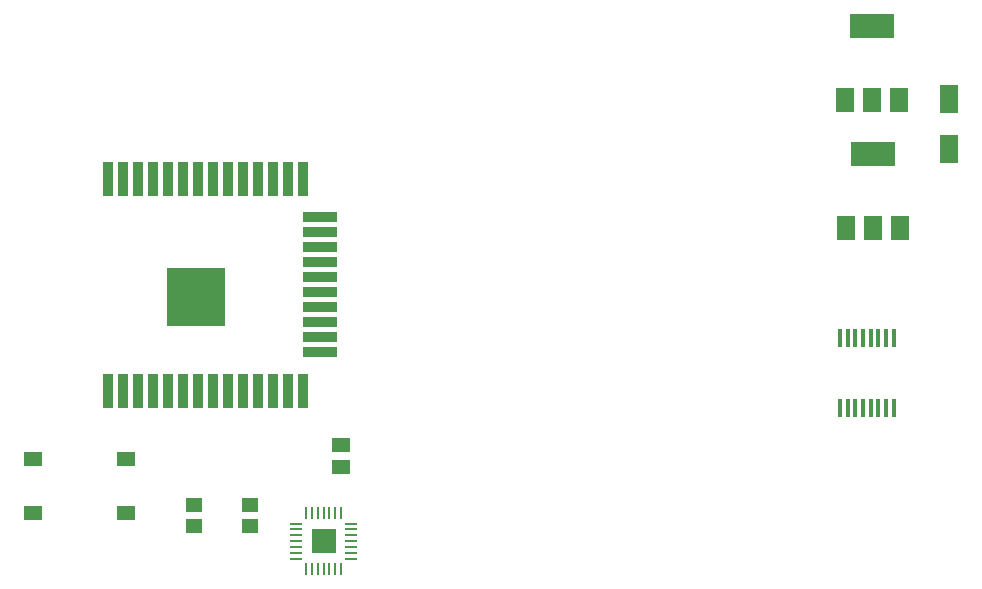
<source format=gbr>
G04 EAGLE Gerber X2 export*
%TF.Part,Single*%
%TF.FileFunction,Paste,Top*%
%TF.FilePolarity,Positive*%
%TF.GenerationSoftware,Autodesk,EAGLE,9.7.0*%
%TF.CreationDate,2022-05-06T10:44:24Z*%
G75*
%MOMM*%
%FSLAX46Y46*%
%LPD*%
%INSolderpaste Top*%
%AMOC8*
5,1,8,0,0,1.08239X$1,22.5*%
G01*
G04 Define Apertures*
%ADD10R,1.498600X2.006600*%
%ADD11R,3.810000X2.006600*%
%ADD12R,1.465300X1.164600*%
%ADD13R,1.565300X2.392000*%
%ADD14R,1.500000X1.300000*%
%ADD15R,1.550000X1.300000*%
%ADD16R,0.900000X3.000000*%
%ADD17R,3.000000X0.900000*%
%ADD18R,5.000000X5.000000*%
%ADD19R,2.055481X2.055481*%
%ADD20R,0.990000X0.270000*%
%ADD21R,0.270000X0.990000*%
%ADD22R,0.450000X1.525000*%
D10*
X71279400Y38500400D03*
X73565400Y38500400D03*
X75851400Y38500400D03*
D11*
X73540000Y44799600D03*
D10*
X71169400Y49350400D03*
X73455400Y49350400D03*
X75741400Y49350400D03*
D11*
X73430000Y55649600D03*
D12*
X16020000Y15065400D03*
X16020000Y13314600D03*
X20800000Y13314600D03*
X20800000Y15065400D03*
D13*
X80000000Y49407900D03*
X80000000Y45192100D03*
D14*
X28450000Y18270000D03*
X28450000Y20170000D03*
D15*
X2365000Y14430000D03*
X10315000Y14430000D03*
X2365000Y18930000D03*
X10315000Y18930000D03*
D16*
X25240000Y24710000D03*
X25240000Y42710000D03*
D17*
X26740000Y27995000D03*
X26740000Y29265000D03*
X26740000Y30535000D03*
X26740000Y31805000D03*
X26740000Y33075000D03*
X26740000Y34345000D03*
X26740000Y35615000D03*
X26740000Y36885000D03*
X26740000Y38155000D03*
X26740000Y39425000D03*
D16*
X23970000Y24710000D03*
X22700000Y24710000D03*
X21430000Y24710000D03*
X20160000Y24710000D03*
X18890000Y24710000D03*
X17620000Y24710000D03*
X16350000Y24710000D03*
X15080000Y24710000D03*
X13810000Y24710000D03*
X12540000Y24710000D03*
X11270000Y24710000D03*
X10000000Y24710000D03*
X8730000Y24710000D03*
X23970000Y42710000D03*
X22700000Y42710000D03*
X21430000Y42710000D03*
X20160000Y42710000D03*
X18890000Y42710000D03*
X17620000Y42710000D03*
X16350000Y42710000D03*
X15080000Y42710000D03*
X13810000Y42710000D03*
X12540000Y42710000D03*
X11270000Y42710000D03*
X10000000Y42710000D03*
X8730000Y42710000D03*
D18*
X16240000Y32710000D03*
D19*
X27000000Y12000000D03*
D20*
X24640000Y13500000D03*
X24640000Y13000000D03*
X24640000Y12500000D03*
X24640000Y12000000D03*
X24640000Y11500000D03*
X24640000Y11000000D03*
X24640000Y10500000D03*
D21*
X25500000Y9640000D03*
X26000000Y9640000D03*
X26500000Y9640000D03*
X27000000Y9640000D03*
X27500000Y9640000D03*
X28000000Y9640000D03*
X28500000Y9640000D03*
D20*
X29360000Y10500000D03*
X29360000Y11000000D03*
X29360000Y11500000D03*
X29360000Y12000000D03*
X29360000Y12500000D03*
X29360000Y13000000D03*
X29360000Y13500000D03*
D21*
X28500000Y14360000D03*
X28000000Y14360000D03*
X27500000Y14360000D03*
X27000000Y14360000D03*
X26500000Y14360000D03*
X26000000Y14360000D03*
X25500000Y14360000D03*
D22*
X75275000Y29208000D03*
X74625000Y29208000D03*
X73975000Y29208000D03*
X73325000Y29208000D03*
X72675000Y29208000D03*
X72025000Y29208000D03*
X71375000Y29208000D03*
X70725000Y29208000D03*
X70725000Y23284000D03*
X71375000Y23284000D03*
X72025000Y23284000D03*
X72675000Y23284000D03*
X73325000Y23284000D03*
X73975000Y23284000D03*
X74625000Y23284000D03*
X75275000Y23284000D03*
M02*

</source>
